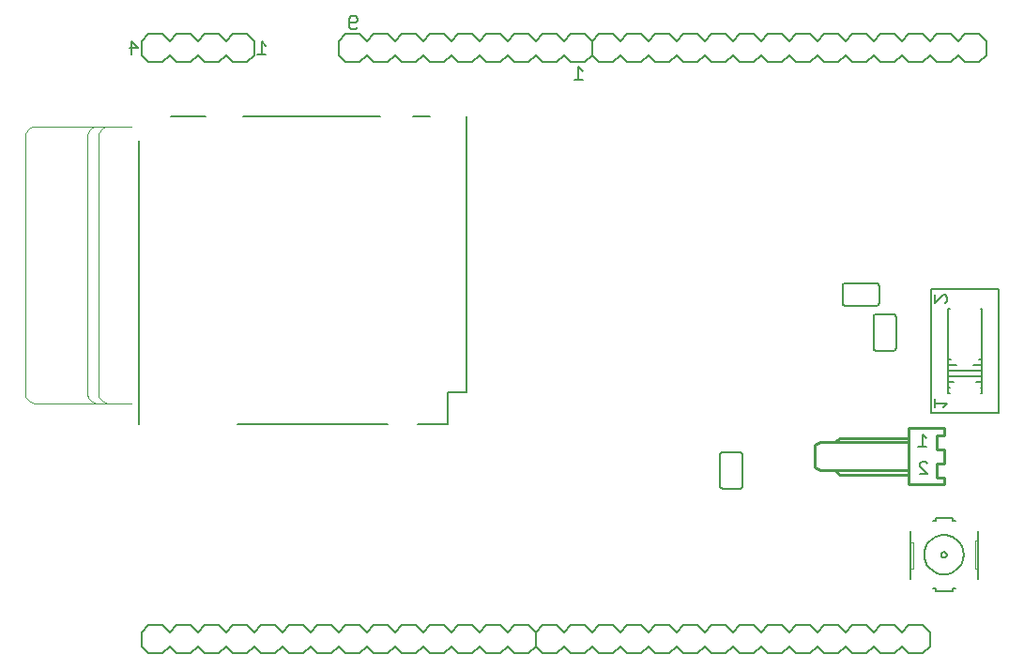
<source format=gbo>
G75*
G70*
%OFA0B0*%
%FSLAX24Y24*%
%IPPOS*%
%LPD*%
%AMOC8*
5,1,8,0,0,1.08239X$1,22.5*
%
%ADD10C,0.0060*%
%ADD11C,0.0020*%
%ADD12C,0.0050*%
%ADD13C,0.0080*%
%ADD14C,0.0040*%
%ADD15C,0.0070*%
%ADD16C,0.0100*%
D10*
X004271Y001455D02*
X004521Y001205D01*
X005021Y001205D01*
X005271Y001455D01*
X005521Y001205D01*
X006021Y001205D01*
X006271Y001455D01*
X006521Y001205D01*
X007021Y001205D01*
X007271Y001455D01*
X007521Y001205D01*
X008021Y001205D01*
X008271Y001455D01*
X008521Y001205D01*
X009021Y001205D01*
X009271Y001455D01*
X009521Y001205D01*
X010021Y001205D01*
X010271Y001455D01*
X010521Y001205D01*
X011021Y001205D01*
X011271Y001455D01*
X011521Y001205D01*
X012021Y001205D01*
X012271Y001455D01*
X012521Y001205D01*
X013021Y001205D01*
X013271Y001455D01*
X013521Y001205D01*
X014021Y001205D01*
X014271Y001455D01*
X014521Y001205D01*
X015021Y001205D01*
X015271Y001455D01*
X015521Y001205D01*
X016021Y001205D01*
X016271Y001455D01*
X016521Y001205D01*
X017021Y001205D01*
X017271Y001455D01*
X017521Y001205D01*
X018021Y001205D01*
X018271Y001455D01*
X018271Y001955D01*
X018021Y002205D01*
X017521Y002205D01*
X017271Y001955D01*
X017021Y002205D01*
X016521Y002205D01*
X016271Y001955D01*
X016021Y002205D01*
X015521Y002205D01*
X015271Y001955D01*
X015021Y002205D01*
X014521Y002205D01*
X014271Y001955D01*
X014021Y002205D01*
X013521Y002205D01*
X013271Y001955D01*
X013021Y002205D01*
X012521Y002205D01*
X012271Y001955D01*
X012021Y002205D01*
X011521Y002205D01*
X011271Y001955D01*
X011021Y002205D01*
X010521Y002205D01*
X010271Y001955D01*
X010021Y002205D01*
X009521Y002205D01*
X009271Y001955D01*
X009021Y002205D01*
X008521Y002205D01*
X008271Y001955D01*
X008021Y002205D01*
X007521Y002205D01*
X007271Y001955D01*
X007021Y002205D01*
X006521Y002205D01*
X006271Y001955D01*
X006021Y002205D01*
X005521Y002205D01*
X005271Y001955D01*
X005021Y002205D01*
X004521Y002205D01*
X004271Y001955D01*
X004271Y001455D01*
X018271Y001455D02*
X018521Y001205D01*
X019021Y001205D01*
X019271Y001455D01*
X019521Y001205D01*
X020021Y001205D01*
X020271Y001455D01*
X020521Y001205D01*
X021021Y001205D01*
X021271Y001455D01*
X021521Y001205D01*
X022021Y001205D01*
X022271Y001455D01*
X022521Y001205D01*
X023021Y001205D01*
X023271Y001455D01*
X023521Y001205D01*
X024021Y001205D01*
X024271Y001455D01*
X024521Y001205D01*
X025021Y001205D01*
X025271Y001455D01*
X025521Y001205D01*
X026021Y001205D01*
X026271Y001455D01*
X026521Y001205D01*
X027021Y001205D01*
X027271Y001455D01*
X027521Y001205D01*
X028021Y001205D01*
X028271Y001455D01*
X028521Y001205D01*
X029021Y001205D01*
X029271Y001455D01*
X029521Y001205D01*
X030021Y001205D01*
X030271Y001455D01*
X030521Y001205D01*
X031021Y001205D01*
X031271Y001455D01*
X031521Y001205D01*
X032021Y001205D01*
X032271Y001455D01*
X032271Y001955D01*
X032021Y002205D01*
X031521Y002205D01*
X031271Y001955D01*
X031021Y002205D01*
X030521Y002205D01*
X030271Y001955D01*
X030021Y002205D01*
X029521Y002205D01*
X029271Y001955D01*
X029021Y002205D01*
X028521Y002205D01*
X028271Y001955D01*
X028021Y002205D01*
X027521Y002205D01*
X027271Y001955D01*
X027021Y002205D01*
X026521Y002205D01*
X026271Y001955D01*
X026021Y002205D01*
X025521Y002205D01*
X025271Y001955D01*
X025021Y002205D01*
X024521Y002205D01*
X024271Y001955D01*
X024021Y002205D01*
X023521Y002205D01*
X023271Y001955D01*
X023021Y002205D01*
X022521Y002205D01*
X022271Y001955D01*
X022021Y002205D01*
X021521Y002205D01*
X021271Y001955D01*
X021021Y002205D01*
X020521Y002205D01*
X020271Y001955D01*
X020021Y002205D01*
X019521Y002205D01*
X019271Y001955D01*
X019021Y002205D01*
X018521Y002205D01*
X018271Y001955D01*
X018271Y001455D01*
X024821Y007155D02*
X024821Y008255D01*
X024823Y008272D01*
X024827Y008289D01*
X024834Y008305D01*
X024844Y008319D01*
X024857Y008332D01*
X024871Y008342D01*
X024887Y008349D01*
X024904Y008353D01*
X024921Y008355D01*
X025521Y008355D01*
X025538Y008353D01*
X025555Y008349D01*
X025571Y008342D01*
X025585Y008332D01*
X025598Y008319D01*
X025608Y008305D01*
X025615Y008289D01*
X025619Y008272D01*
X025621Y008255D01*
X025621Y007155D01*
X025619Y007138D01*
X025615Y007121D01*
X025608Y007105D01*
X025598Y007091D01*
X025585Y007078D01*
X025571Y007068D01*
X025555Y007061D01*
X025538Y007057D01*
X025521Y007055D01*
X024921Y007055D01*
X024904Y007057D01*
X024887Y007061D01*
X024871Y007068D01*
X024857Y007078D01*
X024844Y007091D01*
X024834Y007105D01*
X024827Y007121D01*
X024823Y007138D01*
X024821Y007155D01*
X031571Y005555D02*
X031571Y005155D01*
X031571Y004205D01*
X031571Y003855D01*
X032371Y003505D02*
X032471Y003505D01*
X032471Y003405D01*
X033071Y003405D01*
X033071Y003505D01*
X033171Y003505D01*
X033971Y003855D02*
X033971Y004205D01*
X033971Y005205D01*
X033971Y005555D01*
X033171Y005905D02*
X033071Y005905D01*
X033071Y006005D01*
X032471Y006005D01*
X032471Y005905D01*
X032371Y005905D01*
X032671Y004705D02*
X032673Y004725D01*
X032679Y004743D01*
X032688Y004761D01*
X032700Y004776D01*
X032715Y004788D01*
X032733Y004797D01*
X032751Y004803D01*
X032771Y004805D01*
X032791Y004803D01*
X032809Y004797D01*
X032827Y004788D01*
X032842Y004776D01*
X032854Y004761D01*
X032863Y004743D01*
X032869Y004725D01*
X032871Y004705D01*
X032869Y004685D01*
X032863Y004667D01*
X032854Y004649D01*
X032842Y004634D01*
X032827Y004622D01*
X032809Y004613D01*
X032791Y004607D01*
X032771Y004605D01*
X032751Y004607D01*
X032733Y004613D01*
X032715Y004622D01*
X032700Y004634D01*
X032688Y004649D01*
X032679Y004667D01*
X032673Y004685D01*
X032671Y004705D01*
X032071Y004705D02*
X032073Y004757D01*
X032079Y004809D01*
X032089Y004861D01*
X032102Y004911D01*
X032119Y004961D01*
X032140Y005009D01*
X032165Y005055D01*
X032193Y005099D01*
X032224Y005141D01*
X032258Y005181D01*
X032295Y005218D01*
X032335Y005252D01*
X032377Y005283D01*
X032421Y005311D01*
X032467Y005336D01*
X032515Y005357D01*
X032565Y005374D01*
X032615Y005387D01*
X032667Y005397D01*
X032719Y005403D01*
X032771Y005405D01*
X032823Y005403D01*
X032875Y005397D01*
X032927Y005387D01*
X032977Y005374D01*
X033027Y005357D01*
X033075Y005336D01*
X033121Y005311D01*
X033165Y005283D01*
X033207Y005252D01*
X033247Y005218D01*
X033284Y005181D01*
X033318Y005141D01*
X033349Y005099D01*
X033377Y005055D01*
X033402Y005009D01*
X033423Y004961D01*
X033440Y004911D01*
X033453Y004861D01*
X033463Y004809D01*
X033469Y004757D01*
X033471Y004705D01*
X033469Y004653D01*
X033463Y004601D01*
X033453Y004549D01*
X033440Y004499D01*
X033423Y004449D01*
X033402Y004401D01*
X033377Y004355D01*
X033349Y004311D01*
X033318Y004269D01*
X033284Y004229D01*
X033247Y004192D01*
X033207Y004158D01*
X033165Y004127D01*
X033121Y004099D01*
X033075Y004074D01*
X033027Y004053D01*
X032977Y004036D01*
X032927Y004023D01*
X032875Y004013D01*
X032823Y004007D01*
X032771Y004005D01*
X032719Y004007D01*
X032667Y004013D01*
X032615Y004023D01*
X032565Y004036D01*
X032515Y004053D01*
X032467Y004074D01*
X032421Y004099D01*
X032377Y004127D01*
X032335Y004158D01*
X032295Y004192D01*
X032258Y004229D01*
X032224Y004269D01*
X032193Y004311D01*
X032165Y004355D01*
X032140Y004401D01*
X032119Y004449D01*
X032102Y004499D01*
X032089Y004549D01*
X032079Y004601D01*
X032073Y004653D01*
X032071Y004705D01*
X032321Y009755D02*
X034721Y009755D01*
X034721Y014155D01*
X032321Y014155D01*
X032321Y009755D01*
X032921Y010455D02*
X032971Y010455D01*
X032921Y010455D02*
X032921Y010655D01*
X032971Y010655D01*
X032921Y010655D02*
X032921Y010855D01*
X033121Y010855D01*
X032921Y010855D02*
X032921Y011055D01*
X034121Y011055D01*
X034121Y010855D01*
X033921Y010855D01*
X034121Y010855D02*
X034121Y010655D01*
X034071Y010655D01*
X034121Y010655D02*
X034121Y010455D01*
X034071Y010455D01*
X034121Y011055D02*
X034121Y011255D01*
X034121Y011455D01*
X034121Y011655D01*
X034121Y013455D01*
X034071Y013455D01*
X032971Y013455D02*
X032921Y013455D01*
X032921Y011655D01*
X032921Y011455D01*
X032921Y011255D01*
X032921Y011055D01*
X032921Y011255D02*
X034121Y011255D01*
X034121Y011455D02*
X033821Y011455D01*
X034021Y011655D02*
X034121Y011655D01*
X033221Y011455D02*
X032921Y011455D01*
X032921Y011655D02*
X033021Y011655D01*
X031071Y012055D02*
X031071Y013155D01*
X031069Y013172D01*
X031065Y013189D01*
X031058Y013205D01*
X031048Y013219D01*
X031035Y013232D01*
X031021Y013242D01*
X031005Y013249D01*
X030988Y013253D01*
X030971Y013255D01*
X030371Y013255D01*
X030354Y013253D01*
X030337Y013249D01*
X030321Y013242D01*
X030307Y013232D01*
X030294Y013219D01*
X030284Y013205D01*
X030277Y013189D01*
X030273Y013172D01*
X030271Y013155D01*
X030271Y012055D01*
X030273Y012038D01*
X030277Y012021D01*
X030284Y012005D01*
X030294Y011991D01*
X030307Y011978D01*
X030321Y011968D01*
X030337Y011961D01*
X030354Y011957D01*
X030371Y011955D01*
X030971Y011955D01*
X030988Y011957D01*
X031005Y011961D01*
X031021Y011968D01*
X031035Y011978D01*
X031048Y011991D01*
X031058Y012005D01*
X031065Y012021D01*
X031069Y012038D01*
X031071Y012055D01*
X030371Y013555D02*
X029271Y013555D01*
X029254Y013557D01*
X029237Y013561D01*
X029221Y013568D01*
X029207Y013578D01*
X029194Y013591D01*
X029184Y013605D01*
X029177Y013621D01*
X029173Y013638D01*
X029171Y013655D01*
X029171Y014255D01*
X029173Y014272D01*
X029177Y014289D01*
X029184Y014305D01*
X029194Y014319D01*
X029207Y014332D01*
X029221Y014342D01*
X029237Y014349D01*
X029254Y014353D01*
X029271Y014355D01*
X030371Y014355D01*
X030388Y014353D01*
X030405Y014349D01*
X030421Y014342D01*
X030435Y014332D01*
X030448Y014319D01*
X030458Y014305D01*
X030465Y014289D01*
X030469Y014272D01*
X030471Y014255D01*
X030471Y013655D01*
X030469Y013638D01*
X030465Y013621D01*
X030458Y013605D01*
X030448Y013591D01*
X030435Y013578D01*
X030421Y013568D01*
X030405Y013561D01*
X030388Y013557D01*
X030371Y013555D01*
X030521Y022205D02*
X031021Y022205D01*
X031271Y022455D01*
X031521Y022205D01*
X032021Y022205D01*
X032271Y022455D01*
X032521Y022205D01*
X033021Y022205D01*
X033271Y022455D01*
X033521Y022205D01*
X034021Y022205D01*
X034271Y022455D01*
X034271Y022955D01*
X034021Y023205D01*
X033521Y023205D01*
X033271Y022955D01*
X033021Y023205D01*
X032521Y023205D01*
X032271Y022955D01*
X032021Y023205D01*
X031521Y023205D01*
X031271Y022955D01*
X031021Y023205D01*
X030521Y023205D01*
X030271Y022955D01*
X030021Y023205D01*
X029521Y023205D01*
X029271Y022955D01*
X029021Y023205D01*
X028521Y023205D01*
X028271Y022955D01*
X028021Y023205D01*
X027521Y023205D01*
X027271Y022955D01*
X027021Y023205D01*
X026521Y023205D01*
X026271Y022955D01*
X026021Y023205D01*
X025521Y023205D01*
X025271Y022955D01*
X025021Y023205D01*
X024521Y023205D01*
X024271Y022955D01*
X024021Y023205D01*
X023521Y023205D01*
X023271Y022955D01*
X023021Y023205D01*
X022521Y023205D01*
X022271Y022955D01*
X022021Y023205D01*
X021521Y023205D01*
X021271Y022955D01*
X021021Y023205D01*
X020521Y023205D01*
X020271Y022955D01*
X020021Y023205D01*
X019521Y023205D01*
X019271Y022955D01*
X019021Y023205D01*
X018521Y023205D01*
X018271Y022955D01*
X018021Y023205D01*
X017521Y023205D01*
X017271Y022955D01*
X017021Y023205D01*
X016521Y023205D01*
X016271Y022955D01*
X016021Y023205D01*
X015521Y023205D01*
X015271Y022955D01*
X015021Y023205D01*
X014521Y023205D01*
X014271Y022955D01*
X014021Y023205D01*
X013521Y023205D01*
X013271Y022955D01*
X013021Y023205D01*
X012521Y023205D01*
X012271Y022955D01*
X012021Y023205D01*
X011521Y023205D01*
X011271Y022955D01*
X011271Y022455D01*
X011521Y022205D01*
X012021Y022205D01*
X012271Y022455D01*
X012521Y022205D01*
X013021Y022205D01*
X013271Y022455D01*
X013521Y022205D01*
X014021Y022205D01*
X014271Y022455D01*
X014521Y022205D01*
X015021Y022205D01*
X015271Y022455D01*
X015521Y022205D01*
X016021Y022205D01*
X016271Y022455D01*
X016521Y022205D01*
X017021Y022205D01*
X017271Y022455D01*
X017521Y022205D01*
X018021Y022205D01*
X018271Y022455D01*
X018521Y022205D01*
X019021Y022205D01*
X019271Y022455D01*
X019521Y022205D01*
X020021Y022205D01*
X020271Y022455D01*
X020271Y022955D01*
X020271Y022455D01*
X020521Y022205D01*
X021021Y022205D01*
X021271Y022455D01*
X021521Y022205D01*
X022021Y022205D01*
X022271Y022455D01*
X022521Y022205D01*
X023021Y022205D01*
X023271Y022455D01*
X023521Y022205D01*
X024021Y022205D01*
X024271Y022455D01*
X024521Y022205D01*
X025021Y022205D01*
X025271Y022455D01*
X025521Y022205D01*
X026021Y022205D01*
X026271Y022455D01*
X026521Y022205D01*
X027021Y022205D01*
X027271Y022455D01*
X027521Y022205D01*
X028021Y022205D01*
X028271Y022455D01*
X028521Y022205D01*
X029021Y022205D01*
X029271Y022455D01*
X029521Y022205D01*
X030021Y022205D01*
X030271Y022455D01*
X030521Y022205D01*
X008271Y022455D02*
X008021Y022205D01*
X007521Y022205D01*
X007271Y022455D01*
X007021Y022205D01*
X006521Y022205D01*
X006271Y022455D01*
X006021Y022205D01*
X005521Y022205D01*
X005271Y022455D01*
X005021Y022205D01*
X004521Y022205D01*
X004271Y022455D01*
X004271Y022955D01*
X004521Y023205D01*
X005021Y023205D01*
X005271Y022955D01*
X005521Y023205D01*
X006021Y023205D01*
X006271Y022955D01*
X006521Y023205D01*
X007021Y023205D01*
X007271Y022955D01*
X007521Y023205D01*
X008021Y023205D01*
X008271Y022955D01*
X008271Y022455D01*
D11*
X031571Y005155D02*
X031671Y005155D01*
X031671Y004205D01*
X031571Y004205D01*
X033871Y004205D02*
X033871Y005205D01*
X033971Y005205D01*
X033971Y004205D02*
X033871Y004205D01*
D12*
X032746Y009930D02*
X032896Y010080D01*
X032446Y010080D01*
X032446Y009930D02*
X032446Y010231D01*
X032446Y013630D02*
X032746Y013931D01*
X032821Y013931D01*
X032896Y013856D01*
X032896Y013705D01*
X032821Y013630D01*
X032446Y013630D02*
X032446Y013931D01*
X019946Y021580D02*
X019645Y021580D01*
X019795Y021580D02*
X019795Y022031D01*
X019946Y021881D01*
X011946Y023455D02*
X011871Y023380D01*
X011720Y023380D01*
X011645Y023455D01*
X011645Y023756D01*
X011720Y023831D01*
X011871Y023831D01*
X011946Y023756D01*
X011946Y023681D01*
X011871Y023606D01*
X011645Y023606D01*
X008696Y022781D02*
X008545Y022931D01*
X008545Y022480D01*
X008395Y022480D02*
X008696Y022480D01*
X004146Y022706D02*
X003845Y022706D01*
X003920Y022931D02*
X003920Y022480D01*
X004146Y022706D02*
X003920Y022931D01*
D13*
X005331Y020278D02*
X006544Y020278D01*
X007891Y020278D02*
X012744Y020278D01*
X013931Y020278D02*
X014504Y020278D01*
X015824Y020278D02*
X015824Y010475D01*
X015135Y010475D01*
X015135Y009333D01*
X014091Y009333D01*
X013015Y009333D02*
X007691Y009333D01*
X004171Y009333D02*
X004171Y019398D01*
D14*
X003127Y019924D02*
X003088Y019922D01*
X003050Y019916D01*
X003013Y019907D01*
X002976Y019894D01*
X002941Y019877D01*
X002908Y019858D01*
X002877Y019835D01*
X002848Y019809D01*
X002822Y019780D01*
X002799Y019749D01*
X002780Y019716D01*
X002763Y019681D01*
X002750Y019644D01*
X002741Y019607D01*
X002735Y019569D01*
X002733Y019530D01*
X002340Y019530D02*
X002342Y019569D01*
X002348Y019607D01*
X002357Y019644D01*
X002370Y019681D01*
X002387Y019716D01*
X002406Y019749D01*
X002429Y019780D01*
X002455Y019809D01*
X002484Y019835D01*
X002515Y019858D01*
X002548Y019877D01*
X002583Y019894D01*
X002620Y019907D01*
X002657Y019916D01*
X002695Y019922D01*
X002734Y019924D01*
X002734Y019923D02*
X003127Y019923D01*
X003915Y019923D01*
X002734Y019923D02*
X000529Y019923D01*
X000529Y019924D02*
X000490Y019922D01*
X000452Y019916D01*
X000415Y019907D01*
X000378Y019894D01*
X000343Y019877D01*
X000310Y019858D01*
X000279Y019835D01*
X000250Y019809D01*
X000224Y019780D01*
X000201Y019749D01*
X000182Y019716D01*
X000165Y019681D01*
X000152Y019644D01*
X000143Y019607D01*
X000137Y019569D01*
X000135Y019530D01*
X000135Y010475D01*
X000137Y010436D01*
X000143Y010398D01*
X000152Y010361D01*
X000165Y010324D01*
X000182Y010289D01*
X000201Y010256D01*
X000224Y010225D01*
X000250Y010196D01*
X000279Y010170D01*
X000310Y010147D01*
X000343Y010128D01*
X000378Y010111D01*
X000415Y010098D01*
X000452Y010089D01*
X000490Y010083D01*
X000529Y010081D01*
X002734Y010081D01*
X003127Y010081D01*
X003915Y010081D01*
X003127Y010081D02*
X003088Y010083D01*
X003050Y010089D01*
X003013Y010098D01*
X002976Y010111D01*
X002941Y010128D01*
X002908Y010147D01*
X002877Y010170D01*
X002848Y010196D01*
X002822Y010225D01*
X002799Y010256D01*
X002780Y010289D01*
X002763Y010324D01*
X002750Y010361D01*
X002741Y010398D01*
X002735Y010436D01*
X002733Y010475D01*
X002340Y010475D02*
X002342Y010436D01*
X002348Y010398D01*
X002357Y010361D01*
X002370Y010324D01*
X002387Y010289D01*
X002406Y010256D01*
X002429Y010225D01*
X002455Y010196D01*
X002484Y010170D01*
X002515Y010147D01*
X002548Y010128D01*
X002583Y010111D01*
X002620Y010098D01*
X002657Y010089D01*
X002695Y010083D01*
X002734Y010081D01*
X002734Y010475D02*
X002734Y019530D01*
X002340Y019530D02*
X002340Y010475D01*
D15*
X031859Y008550D02*
X032146Y008550D01*
X032003Y008550D02*
X032003Y008980D01*
X032146Y008837D01*
X032124Y008000D02*
X032196Y007928D01*
X032124Y008000D02*
X031981Y008000D01*
X031909Y007928D01*
X031909Y007857D01*
X032196Y007570D01*
X031909Y007570D01*
D16*
X031521Y007555D02*
X029071Y007555D01*
X028931Y007685D01*
X028371Y007705D02*
X028171Y007805D01*
X028171Y008185D01*
X028171Y008225D01*
X028171Y008185D02*
X028171Y008605D01*
X028371Y008705D01*
X031521Y008705D01*
X031521Y009205D01*
X032771Y009205D01*
X032771Y008955D01*
X032521Y008955D01*
X032521Y008455D01*
X032771Y008455D01*
X032771Y007955D01*
X032521Y007955D01*
X032521Y007455D01*
X032771Y007455D01*
X032771Y007205D01*
X031521Y007205D01*
X031521Y007555D01*
X031521Y008705D01*
X031521Y008855D02*
X029071Y008855D01*
X028931Y008725D01*
X028371Y007705D02*
X031521Y007705D01*
M02*

</source>
